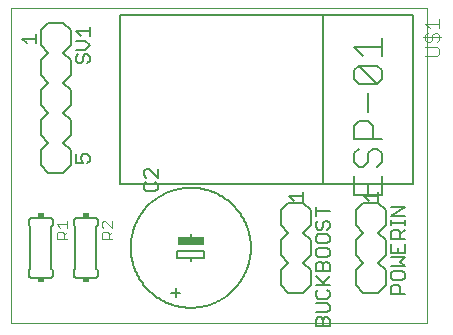
<source format=gto>
G75*
%MOIN*%
%OFA0B0*%
%FSLAX25Y25*%
%IPPOS*%
%LPD*%
%AMOC8*
5,1,8,0,0,1.08239X$1,22.5*
%
%ADD10C,0.00000*%
%ADD11C,0.00600*%
%ADD12C,0.00500*%
%ADD13R,0.09000X0.02500*%
%ADD14C,0.00400*%
%ADD15R,0.02000X0.01500*%
%ADD16C,0.00800*%
D10*
X0001800Y0004102D02*
X0001800Y0109063D01*
X0140501Y0109063D01*
X0140501Y0004102D01*
X0001800Y0004102D01*
D11*
X0008800Y0019102D02*
X0014800Y0019102D01*
X0014860Y0019104D01*
X0014921Y0019109D01*
X0014980Y0019118D01*
X0015039Y0019131D01*
X0015098Y0019147D01*
X0015155Y0019167D01*
X0015210Y0019190D01*
X0015265Y0019217D01*
X0015317Y0019246D01*
X0015368Y0019279D01*
X0015417Y0019315D01*
X0015463Y0019353D01*
X0015507Y0019395D01*
X0015549Y0019439D01*
X0015587Y0019485D01*
X0015623Y0019534D01*
X0015656Y0019585D01*
X0015685Y0019637D01*
X0015712Y0019692D01*
X0015735Y0019747D01*
X0015755Y0019804D01*
X0015771Y0019863D01*
X0015784Y0019922D01*
X0015793Y0019981D01*
X0015798Y0020042D01*
X0015800Y0020102D01*
X0015800Y0021602D01*
X0015300Y0022102D01*
X0015300Y0036102D01*
X0015800Y0036602D01*
X0015800Y0038102D01*
X0015798Y0038162D01*
X0015793Y0038223D01*
X0015784Y0038282D01*
X0015771Y0038341D01*
X0015755Y0038400D01*
X0015735Y0038457D01*
X0015712Y0038512D01*
X0015685Y0038567D01*
X0015656Y0038619D01*
X0015623Y0038670D01*
X0015587Y0038719D01*
X0015549Y0038765D01*
X0015507Y0038809D01*
X0015463Y0038851D01*
X0015417Y0038889D01*
X0015368Y0038925D01*
X0015317Y0038958D01*
X0015265Y0038987D01*
X0015210Y0039014D01*
X0015155Y0039037D01*
X0015098Y0039057D01*
X0015039Y0039073D01*
X0014980Y0039086D01*
X0014921Y0039095D01*
X0014860Y0039100D01*
X0014800Y0039102D01*
X0008800Y0039102D01*
X0008740Y0039100D01*
X0008679Y0039095D01*
X0008620Y0039086D01*
X0008561Y0039073D01*
X0008502Y0039057D01*
X0008445Y0039037D01*
X0008390Y0039014D01*
X0008335Y0038987D01*
X0008283Y0038958D01*
X0008232Y0038925D01*
X0008183Y0038889D01*
X0008137Y0038851D01*
X0008093Y0038809D01*
X0008051Y0038765D01*
X0008013Y0038719D01*
X0007977Y0038670D01*
X0007944Y0038619D01*
X0007915Y0038567D01*
X0007888Y0038512D01*
X0007865Y0038457D01*
X0007845Y0038400D01*
X0007829Y0038341D01*
X0007816Y0038282D01*
X0007807Y0038223D01*
X0007802Y0038162D01*
X0007800Y0038102D01*
X0007800Y0036602D01*
X0008300Y0036102D01*
X0008300Y0022102D01*
X0007800Y0021602D01*
X0007800Y0020102D01*
X0007802Y0020042D01*
X0007807Y0019981D01*
X0007816Y0019922D01*
X0007829Y0019863D01*
X0007845Y0019804D01*
X0007865Y0019747D01*
X0007888Y0019692D01*
X0007915Y0019637D01*
X0007944Y0019585D01*
X0007977Y0019534D01*
X0008013Y0019485D01*
X0008051Y0019439D01*
X0008093Y0019395D01*
X0008137Y0019353D01*
X0008183Y0019315D01*
X0008232Y0019279D01*
X0008283Y0019246D01*
X0008335Y0019217D01*
X0008390Y0019190D01*
X0008445Y0019167D01*
X0008502Y0019147D01*
X0008561Y0019131D01*
X0008620Y0019118D01*
X0008679Y0019109D01*
X0008740Y0019104D01*
X0008800Y0019102D01*
X0022800Y0020102D02*
X0022800Y0021602D01*
X0023300Y0022102D01*
X0023300Y0036102D01*
X0022800Y0036602D01*
X0022800Y0038102D01*
X0022802Y0038162D01*
X0022807Y0038223D01*
X0022816Y0038282D01*
X0022829Y0038341D01*
X0022845Y0038400D01*
X0022865Y0038457D01*
X0022888Y0038512D01*
X0022915Y0038567D01*
X0022944Y0038619D01*
X0022977Y0038670D01*
X0023013Y0038719D01*
X0023051Y0038765D01*
X0023093Y0038809D01*
X0023137Y0038851D01*
X0023183Y0038889D01*
X0023232Y0038925D01*
X0023283Y0038958D01*
X0023335Y0038987D01*
X0023390Y0039014D01*
X0023445Y0039037D01*
X0023502Y0039057D01*
X0023561Y0039073D01*
X0023620Y0039086D01*
X0023679Y0039095D01*
X0023740Y0039100D01*
X0023800Y0039102D01*
X0029800Y0039102D01*
X0029860Y0039100D01*
X0029921Y0039095D01*
X0029980Y0039086D01*
X0030039Y0039073D01*
X0030098Y0039057D01*
X0030155Y0039037D01*
X0030210Y0039014D01*
X0030265Y0038987D01*
X0030317Y0038958D01*
X0030368Y0038925D01*
X0030417Y0038889D01*
X0030463Y0038851D01*
X0030507Y0038809D01*
X0030549Y0038765D01*
X0030587Y0038719D01*
X0030623Y0038670D01*
X0030656Y0038619D01*
X0030685Y0038567D01*
X0030712Y0038512D01*
X0030735Y0038457D01*
X0030755Y0038400D01*
X0030771Y0038341D01*
X0030784Y0038282D01*
X0030793Y0038223D01*
X0030798Y0038162D01*
X0030800Y0038102D01*
X0030800Y0036602D01*
X0030300Y0036102D01*
X0030300Y0022102D01*
X0030800Y0021602D01*
X0030800Y0020102D01*
X0030798Y0020042D01*
X0030793Y0019981D01*
X0030784Y0019922D01*
X0030771Y0019863D01*
X0030755Y0019804D01*
X0030735Y0019747D01*
X0030712Y0019692D01*
X0030685Y0019637D01*
X0030656Y0019585D01*
X0030623Y0019534D01*
X0030587Y0019485D01*
X0030549Y0019439D01*
X0030507Y0019395D01*
X0030463Y0019353D01*
X0030417Y0019315D01*
X0030368Y0019279D01*
X0030317Y0019246D01*
X0030265Y0019217D01*
X0030210Y0019190D01*
X0030155Y0019167D01*
X0030098Y0019147D01*
X0030039Y0019131D01*
X0029980Y0019118D01*
X0029921Y0019109D01*
X0029860Y0019104D01*
X0029800Y0019102D01*
X0023800Y0019102D01*
X0023740Y0019104D01*
X0023679Y0019109D01*
X0023620Y0019118D01*
X0023561Y0019131D01*
X0023502Y0019147D01*
X0023445Y0019167D01*
X0023390Y0019190D01*
X0023335Y0019217D01*
X0023283Y0019246D01*
X0023232Y0019279D01*
X0023183Y0019315D01*
X0023137Y0019353D01*
X0023093Y0019395D01*
X0023051Y0019439D01*
X0023013Y0019485D01*
X0022977Y0019534D01*
X0022944Y0019585D01*
X0022915Y0019637D01*
X0022888Y0019692D01*
X0022865Y0019747D01*
X0022845Y0019804D01*
X0022829Y0019863D01*
X0022816Y0019922D01*
X0022807Y0019981D01*
X0022802Y0020042D01*
X0022800Y0020102D01*
X0055300Y0014102D02*
X0058300Y0014102D01*
X0056800Y0015602D02*
X0056800Y0012602D01*
X0061800Y0024602D02*
X0061800Y0025602D01*
X0057300Y0025602D01*
X0057300Y0028102D01*
X0066300Y0028102D01*
X0066300Y0025602D01*
X0061800Y0025602D01*
X0041800Y0029102D02*
X0041806Y0029593D01*
X0041824Y0030083D01*
X0041854Y0030573D01*
X0041896Y0031062D01*
X0041950Y0031550D01*
X0042016Y0032037D01*
X0042094Y0032521D01*
X0042184Y0033004D01*
X0042286Y0033484D01*
X0042399Y0033962D01*
X0042524Y0034436D01*
X0042661Y0034908D01*
X0042809Y0035376D01*
X0042969Y0035840D01*
X0043140Y0036300D01*
X0043322Y0036756D01*
X0043516Y0037207D01*
X0043720Y0037653D01*
X0043936Y0038094D01*
X0044162Y0038530D01*
X0044398Y0038960D01*
X0044645Y0039384D01*
X0044903Y0039802D01*
X0045171Y0040213D01*
X0045448Y0040618D01*
X0045736Y0041016D01*
X0046033Y0041407D01*
X0046340Y0041790D01*
X0046656Y0042165D01*
X0046981Y0042533D01*
X0047315Y0042893D01*
X0047658Y0043244D01*
X0048009Y0043587D01*
X0048369Y0043921D01*
X0048737Y0044246D01*
X0049112Y0044562D01*
X0049495Y0044869D01*
X0049886Y0045166D01*
X0050284Y0045454D01*
X0050689Y0045731D01*
X0051100Y0045999D01*
X0051518Y0046257D01*
X0051942Y0046504D01*
X0052372Y0046740D01*
X0052808Y0046966D01*
X0053249Y0047182D01*
X0053695Y0047386D01*
X0054146Y0047580D01*
X0054602Y0047762D01*
X0055062Y0047933D01*
X0055526Y0048093D01*
X0055994Y0048241D01*
X0056466Y0048378D01*
X0056940Y0048503D01*
X0057418Y0048616D01*
X0057898Y0048718D01*
X0058381Y0048808D01*
X0058865Y0048886D01*
X0059352Y0048952D01*
X0059840Y0049006D01*
X0060329Y0049048D01*
X0060819Y0049078D01*
X0061309Y0049096D01*
X0061800Y0049102D01*
X0062291Y0049096D01*
X0062781Y0049078D01*
X0063271Y0049048D01*
X0063760Y0049006D01*
X0064248Y0048952D01*
X0064735Y0048886D01*
X0065219Y0048808D01*
X0065702Y0048718D01*
X0066182Y0048616D01*
X0066660Y0048503D01*
X0067134Y0048378D01*
X0067606Y0048241D01*
X0068074Y0048093D01*
X0068538Y0047933D01*
X0068998Y0047762D01*
X0069454Y0047580D01*
X0069905Y0047386D01*
X0070351Y0047182D01*
X0070792Y0046966D01*
X0071228Y0046740D01*
X0071658Y0046504D01*
X0072082Y0046257D01*
X0072500Y0045999D01*
X0072911Y0045731D01*
X0073316Y0045454D01*
X0073714Y0045166D01*
X0074105Y0044869D01*
X0074488Y0044562D01*
X0074863Y0044246D01*
X0075231Y0043921D01*
X0075591Y0043587D01*
X0075942Y0043244D01*
X0076285Y0042893D01*
X0076619Y0042533D01*
X0076944Y0042165D01*
X0077260Y0041790D01*
X0077567Y0041407D01*
X0077864Y0041016D01*
X0078152Y0040618D01*
X0078429Y0040213D01*
X0078697Y0039802D01*
X0078955Y0039384D01*
X0079202Y0038960D01*
X0079438Y0038530D01*
X0079664Y0038094D01*
X0079880Y0037653D01*
X0080084Y0037207D01*
X0080278Y0036756D01*
X0080460Y0036300D01*
X0080631Y0035840D01*
X0080791Y0035376D01*
X0080939Y0034908D01*
X0081076Y0034436D01*
X0081201Y0033962D01*
X0081314Y0033484D01*
X0081416Y0033004D01*
X0081506Y0032521D01*
X0081584Y0032037D01*
X0081650Y0031550D01*
X0081704Y0031062D01*
X0081746Y0030573D01*
X0081776Y0030083D01*
X0081794Y0029593D01*
X0081800Y0029102D01*
X0081794Y0028611D01*
X0081776Y0028121D01*
X0081746Y0027631D01*
X0081704Y0027142D01*
X0081650Y0026654D01*
X0081584Y0026167D01*
X0081506Y0025683D01*
X0081416Y0025200D01*
X0081314Y0024720D01*
X0081201Y0024242D01*
X0081076Y0023768D01*
X0080939Y0023296D01*
X0080791Y0022828D01*
X0080631Y0022364D01*
X0080460Y0021904D01*
X0080278Y0021448D01*
X0080084Y0020997D01*
X0079880Y0020551D01*
X0079664Y0020110D01*
X0079438Y0019674D01*
X0079202Y0019244D01*
X0078955Y0018820D01*
X0078697Y0018402D01*
X0078429Y0017991D01*
X0078152Y0017586D01*
X0077864Y0017188D01*
X0077567Y0016797D01*
X0077260Y0016414D01*
X0076944Y0016039D01*
X0076619Y0015671D01*
X0076285Y0015311D01*
X0075942Y0014960D01*
X0075591Y0014617D01*
X0075231Y0014283D01*
X0074863Y0013958D01*
X0074488Y0013642D01*
X0074105Y0013335D01*
X0073714Y0013038D01*
X0073316Y0012750D01*
X0072911Y0012473D01*
X0072500Y0012205D01*
X0072082Y0011947D01*
X0071658Y0011700D01*
X0071228Y0011464D01*
X0070792Y0011238D01*
X0070351Y0011022D01*
X0069905Y0010818D01*
X0069454Y0010624D01*
X0068998Y0010442D01*
X0068538Y0010271D01*
X0068074Y0010111D01*
X0067606Y0009963D01*
X0067134Y0009826D01*
X0066660Y0009701D01*
X0066182Y0009588D01*
X0065702Y0009486D01*
X0065219Y0009396D01*
X0064735Y0009318D01*
X0064248Y0009252D01*
X0063760Y0009198D01*
X0063271Y0009156D01*
X0062781Y0009126D01*
X0062291Y0009108D01*
X0061800Y0009102D01*
X0061309Y0009108D01*
X0060819Y0009126D01*
X0060329Y0009156D01*
X0059840Y0009198D01*
X0059352Y0009252D01*
X0058865Y0009318D01*
X0058381Y0009396D01*
X0057898Y0009486D01*
X0057418Y0009588D01*
X0056940Y0009701D01*
X0056466Y0009826D01*
X0055994Y0009963D01*
X0055526Y0010111D01*
X0055062Y0010271D01*
X0054602Y0010442D01*
X0054146Y0010624D01*
X0053695Y0010818D01*
X0053249Y0011022D01*
X0052808Y0011238D01*
X0052372Y0011464D01*
X0051942Y0011700D01*
X0051518Y0011947D01*
X0051100Y0012205D01*
X0050689Y0012473D01*
X0050284Y0012750D01*
X0049886Y0013038D01*
X0049495Y0013335D01*
X0049112Y0013642D01*
X0048737Y0013958D01*
X0048369Y0014283D01*
X0048009Y0014617D01*
X0047658Y0014960D01*
X0047315Y0015311D01*
X0046981Y0015671D01*
X0046656Y0016039D01*
X0046340Y0016414D01*
X0046033Y0016797D01*
X0045736Y0017188D01*
X0045448Y0017586D01*
X0045171Y0017991D01*
X0044903Y0018402D01*
X0044645Y0018820D01*
X0044398Y0019244D01*
X0044162Y0019674D01*
X0043936Y0020110D01*
X0043720Y0020551D01*
X0043516Y0020997D01*
X0043322Y0021448D01*
X0043140Y0021904D01*
X0042969Y0022364D01*
X0042809Y0022828D01*
X0042661Y0023296D01*
X0042524Y0023768D01*
X0042399Y0024242D01*
X0042286Y0024720D01*
X0042184Y0025200D01*
X0042094Y0025683D01*
X0042016Y0026167D01*
X0041950Y0026654D01*
X0041896Y0027142D01*
X0041854Y0027631D01*
X0041824Y0028121D01*
X0041806Y0028611D01*
X0041800Y0029102D01*
X0061800Y0031602D02*
X0061800Y0033602D01*
X0091800Y0031602D02*
X0091800Y0026602D01*
X0094300Y0024102D01*
X0091800Y0021602D01*
X0091800Y0016602D01*
X0094300Y0014102D01*
X0099300Y0014102D01*
X0101800Y0016602D01*
X0101800Y0021602D01*
X0099300Y0024102D01*
X0101800Y0026602D01*
X0101800Y0031602D01*
X0099300Y0034102D01*
X0101800Y0036602D01*
X0101800Y0041602D01*
X0099300Y0044102D01*
X0094300Y0044102D01*
X0091800Y0041602D01*
X0091800Y0036602D01*
X0094300Y0034102D01*
X0091800Y0031602D01*
X0116800Y0031602D02*
X0116800Y0026602D01*
X0119300Y0024102D01*
X0116800Y0021602D01*
X0116800Y0016602D01*
X0119300Y0014102D01*
X0124300Y0014102D01*
X0126800Y0016602D01*
X0126800Y0021602D01*
X0124300Y0024102D01*
X0126800Y0026602D01*
X0126800Y0031602D01*
X0124300Y0034102D01*
X0126800Y0036602D01*
X0126800Y0041602D01*
X0124300Y0044102D01*
X0119300Y0044102D01*
X0116800Y0041602D01*
X0116800Y0036602D01*
X0119300Y0034102D01*
X0116800Y0031602D01*
X0021800Y0056602D02*
X0019300Y0054102D01*
X0014300Y0054102D01*
X0011800Y0056602D01*
X0011800Y0061602D01*
X0014300Y0064102D01*
X0011800Y0066602D01*
X0011800Y0071602D01*
X0014300Y0074102D01*
X0011800Y0076602D01*
X0011800Y0081602D01*
X0014300Y0084102D01*
X0011800Y0086602D01*
X0011800Y0091602D01*
X0014300Y0094102D01*
X0011800Y0096602D01*
X0011800Y0101602D01*
X0014300Y0104102D01*
X0019300Y0104102D01*
X0021800Y0101602D01*
X0021800Y0096602D01*
X0019300Y0094102D01*
X0021800Y0091602D01*
X0021800Y0086602D01*
X0019300Y0084102D01*
X0021800Y0081602D01*
X0021800Y0076602D01*
X0019300Y0074102D01*
X0021800Y0071602D01*
X0021800Y0066602D01*
X0019300Y0064102D01*
X0021800Y0061602D01*
X0021800Y0056602D01*
D12*
X0023546Y0057248D02*
X0025798Y0057248D01*
X0025047Y0058749D01*
X0025047Y0059500D01*
X0025798Y0060251D01*
X0027299Y0060251D01*
X0028050Y0059500D01*
X0028050Y0057999D01*
X0027299Y0057248D01*
X0023546Y0057248D02*
X0023546Y0060251D01*
X0038355Y0050411D02*
X0105855Y0050411D01*
X0105855Y0106661D01*
X0038355Y0106661D01*
X0038355Y0050411D01*
X0046246Y0050104D02*
X0046246Y0048603D01*
X0046997Y0047852D01*
X0049999Y0047852D01*
X0050750Y0048603D01*
X0050750Y0050104D01*
X0049999Y0050855D01*
X0050750Y0052456D02*
X0047747Y0055459D01*
X0046997Y0055459D01*
X0046246Y0054708D01*
X0046246Y0053207D01*
X0046997Y0052456D01*
X0046997Y0050855D02*
X0046246Y0050104D01*
X0050750Y0052456D02*
X0050750Y0055459D01*
X0094546Y0046249D02*
X0099050Y0046249D01*
X0099050Y0044748D02*
X0099050Y0047751D01*
X0096047Y0044748D02*
X0094546Y0046249D01*
X0103546Y0042751D02*
X0103546Y0039748D01*
X0104297Y0038147D02*
X0103546Y0037396D01*
X0103546Y0035895D01*
X0104297Y0035144D01*
X0105047Y0035144D01*
X0105798Y0035895D01*
X0105798Y0037396D01*
X0106549Y0038147D01*
X0107299Y0038147D01*
X0108050Y0037396D01*
X0108050Y0035895D01*
X0107299Y0035144D01*
X0107299Y0033543D02*
X0104297Y0033543D01*
X0103546Y0032792D01*
X0103546Y0031291D01*
X0104297Y0030540D01*
X0107299Y0030540D01*
X0108050Y0031291D01*
X0108050Y0032792D01*
X0107299Y0033543D01*
X0107299Y0028939D02*
X0104297Y0028939D01*
X0103546Y0028188D01*
X0103546Y0026687D01*
X0104297Y0025936D01*
X0107299Y0025936D01*
X0108050Y0026687D01*
X0108050Y0028188D01*
X0107299Y0028939D01*
X0107299Y0024335D02*
X0108050Y0023584D01*
X0108050Y0021332D01*
X0103546Y0021332D01*
X0103546Y0023584D01*
X0104297Y0024335D01*
X0105047Y0024335D01*
X0105798Y0023584D01*
X0105798Y0021332D01*
X0105798Y0023584D02*
X0106549Y0024335D01*
X0107299Y0024335D01*
X0108050Y0019731D02*
X0105798Y0017479D01*
X0106549Y0016728D02*
X0103546Y0019731D01*
X0103546Y0016728D02*
X0108050Y0016728D01*
X0107299Y0015127D02*
X0108050Y0014376D01*
X0108050Y0012875D01*
X0107299Y0012125D01*
X0104297Y0012125D01*
X0103546Y0012875D01*
X0103546Y0014376D01*
X0104297Y0015127D01*
X0103546Y0010523D02*
X0107299Y0010523D01*
X0108050Y0009773D01*
X0108050Y0008271D01*
X0107299Y0007521D01*
X0103546Y0007521D01*
X0104297Y0005919D02*
X0105047Y0005919D01*
X0105798Y0005169D01*
X0105798Y0002917D01*
X0103546Y0002917D02*
X0103546Y0005169D01*
X0104297Y0005919D01*
X0105798Y0005169D02*
X0106549Y0005919D01*
X0107299Y0005919D01*
X0108050Y0005169D01*
X0108050Y0002917D01*
X0103546Y0002917D01*
X0128546Y0013659D02*
X0128546Y0015911D01*
X0129297Y0016662D01*
X0130798Y0016662D01*
X0131549Y0015911D01*
X0131549Y0013659D01*
X0133050Y0013659D02*
X0128546Y0013659D01*
X0129297Y0018263D02*
X0132299Y0018263D01*
X0133050Y0019014D01*
X0133050Y0020515D01*
X0132299Y0021266D01*
X0129297Y0021266D01*
X0128546Y0020515D01*
X0128546Y0019014D01*
X0129297Y0018263D01*
X0128546Y0022867D02*
X0133050Y0022867D01*
X0131549Y0024368D01*
X0133050Y0025870D01*
X0128546Y0025870D01*
X0128546Y0027471D02*
X0133050Y0027471D01*
X0133050Y0030474D01*
X0133050Y0032075D02*
X0128546Y0032075D01*
X0128546Y0034327D01*
X0129297Y0035077D01*
X0130798Y0035077D01*
X0131549Y0034327D01*
X0131549Y0032075D01*
X0131549Y0033576D02*
X0133050Y0035077D01*
X0133050Y0036679D02*
X0133050Y0038180D01*
X0133050Y0037429D02*
X0128546Y0037429D01*
X0128546Y0036679D02*
X0128546Y0038180D01*
X0128546Y0039748D02*
X0133050Y0042751D01*
X0128546Y0042751D01*
X0128546Y0039748D02*
X0133050Y0039748D01*
X0124050Y0044748D02*
X0124050Y0047751D01*
X0124050Y0046249D02*
X0119546Y0046249D01*
X0121047Y0044748D01*
X0108050Y0041249D02*
X0103546Y0041249D01*
X0105855Y0050411D02*
X0135855Y0050411D01*
X0135855Y0106661D01*
X0105855Y0106661D01*
X0028050Y0102751D02*
X0028050Y0099748D01*
X0026549Y0098147D02*
X0023546Y0098147D01*
X0025047Y0099748D02*
X0023546Y0101249D01*
X0028050Y0101249D01*
X0026549Y0098147D02*
X0028050Y0096645D01*
X0026549Y0095144D01*
X0023546Y0095144D01*
X0024297Y0093543D02*
X0023546Y0092792D01*
X0023546Y0091291D01*
X0024297Y0090540D01*
X0025047Y0090540D01*
X0025798Y0091291D01*
X0025798Y0092792D01*
X0026549Y0093543D01*
X0027299Y0093543D01*
X0028050Y0092792D01*
X0028050Y0091291D01*
X0027299Y0090540D01*
X0010050Y0097248D02*
X0010050Y0100251D01*
X0010050Y0098749D02*
X0005546Y0098749D01*
X0007047Y0097248D01*
X0128546Y0030474D02*
X0128546Y0027471D01*
X0130798Y0027471D02*
X0130798Y0028972D01*
D13*
X0061800Y0031352D03*
D14*
X0035600Y0032120D02*
X0032097Y0032120D01*
X0032097Y0033871D01*
X0032681Y0034455D01*
X0033849Y0034455D01*
X0034432Y0033871D01*
X0034432Y0032120D01*
X0034432Y0033288D02*
X0035600Y0034455D01*
X0035600Y0035711D02*
X0033265Y0038046D01*
X0032681Y0038046D01*
X0032097Y0037462D01*
X0032097Y0036295D01*
X0032681Y0035711D01*
X0035600Y0035711D02*
X0035600Y0038046D01*
X0020600Y0038046D02*
X0020600Y0035711D01*
X0020600Y0036879D02*
X0017097Y0036879D01*
X0018265Y0035711D01*
X0017681Y0034455D02*
X0018849Y0034455D01*
X0019432Y0033871D01*
X0019432Y0032120D01*
X0020600Y0032120D02*
X0017097Y0032120D01*
X0017097Y0033871D01*
X0017681Y0034455D01*
X0019432Y0033288D02*
X0020600Y0034455D01*
X0139988Y0093049D02*
X0143825Y0093049D01*
X0144592Y0093817D01*
X0144592Y0095351D01*
X0143825Y0096119D01*
X0139988Y0096119D01*
X0140756Y0097653D02*
X0139988Y0098421D01*
X0139988Y0099955D01*
X0140756Y0100723D01*
X0142290Y0099955D02*
X0142290Y0098421D01*
X0141523Y0097653D01*
X0140756Y0097653D01*
X0139221Y0099188D02*
X0145359Y0099188D01*
X0144592Y0099955D02*
X0143825Y0100723D01*
X0143057Y0100723D01*
X0142290Y0099955D01*
X0144592Y0099955D02*
X0144592Y0098421D01*
X0143825Y0097653D01*
X0144592Y0102257D02*
X0144592Y0105326D01*
X0144592Y0103792D02*
X0139988Y0103792D01*
X0141523Y0102257D01*
D15*
X0026800Y0039852D03*
X0011800Y0039852D03*
X0011800Y0018352D03*
X0026800Y0018352D03*
D16*
X0116247Y0046814D02*
X0125455Y0046814D01*
X0125455Y0052952D01*
X0123920Y0056022D02*
X0125455Y0057556D01*
X0125455Y0060626D01*
X0123920Y0062160D01*
X0122386Y0062160D01*
X0120851Y0060626D01*
X0120851Y0057556D01*
X0119317Y0056022D01*
X0117782Y0056022D01*
X0116247Y0057556D01*
X0116247Y0060626D01*
X0117782Y0062160D01*
X0116247Y0065230D02*
X0116247Y0069834D01*
X0117782Y0071368D01*
X0120851Y0071368D01*
X0122386Y0069834D01*
X0122386Y0065230D01*
X0125455Y0065230D02*
X0116247Y0065230D01*
X0120851Y0074437D02*
X0120851Y0080576D01*
X0117782Y0083645D02*
X0116247Y0085180D01*
X0116247Y0088249D01*
X0117782Y0089784D01*
X0123920Y0083645D01*
X0125455Y0085180D01*
X0125455Y0088249D01*
X0123920Y0089784D01*
X0117782Y0089784D01*
X0119317Y0092853D02*
X0116247Y0095922D01*
X0125455Y0095922D01*
X0125455Y0092853D02*
X0125455Y0098992D01*
X0123920Y0083645D02*
X0117782Y0083645D01*
X0116247Y0052952D02*
X0116247Y0046814D01*
X0120851Y0046814D02*
X0120851Y0049883D01*
M02*

</source>
